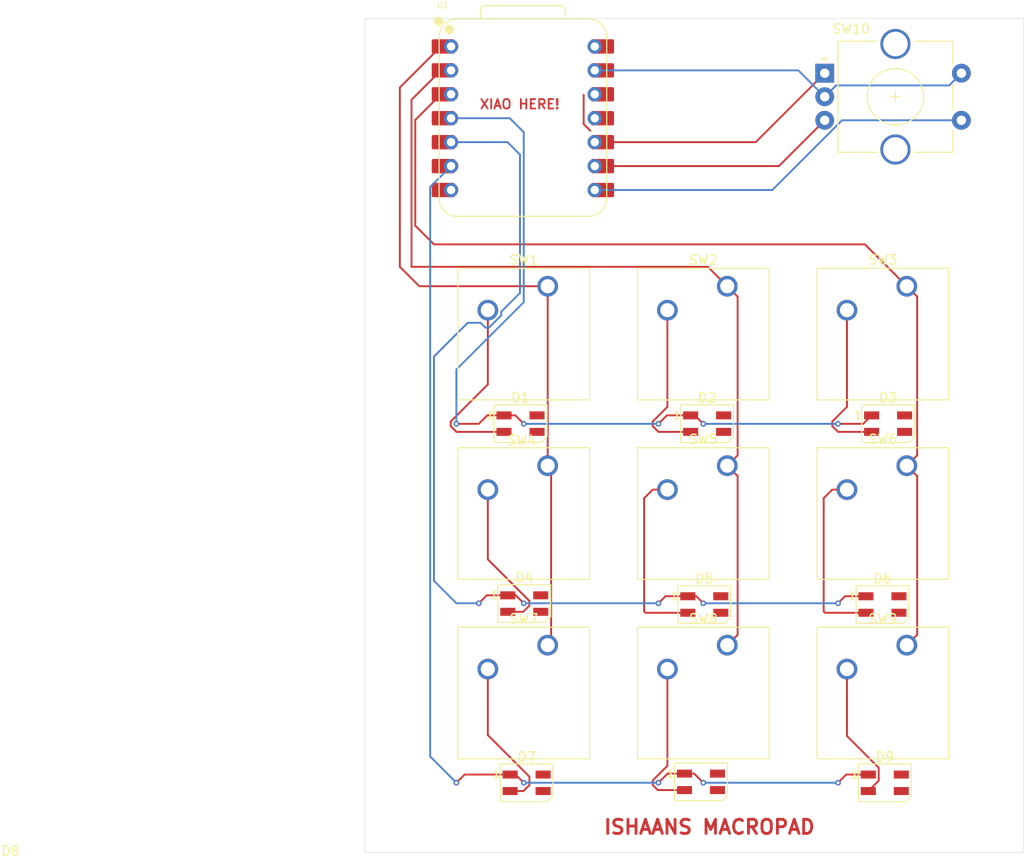
<source format=kicad_pcb>
(kicad_pcb (version 20240108) (generator "pcbnew") (generator_version "8.0")
  (layers (0 "F.Cu" signal) (31 "B.Cu" signal) (34 "B.Paste" user) (35 "F.Paste" user) (36 "B.SilkS" user "B.Silkscreen") (37 "F.SilkS" user "F.Silkscreen") (38 "B.Mask" user) (39 "F.Mask" user) (44 "Edge.Cuts" user))
  (net 0 "")
  (net 1 "Net-(D1-A)")
  (net 2 "row 0")
  (net 3 "Net-(D2-A)")
  (net 4 "Net-(D3-A)")
  (net 5 "Net-(D4-A)")
  (net 6 "row 1")
  (net 7 "Net-(D5-A)")
  (net 8 "Net-(D6-A)")
  (net 9 "Net-(D7-A)")
  (net 10 "row 2")
  (net 11 "Net-(D8-A)")
  (net 12 "Net-(D9-A)")
  (net 13 "column 0")
  (net 14 "column 1")
  (net 15 "column 2")
  (net 16 "encoder a")
  (net 17 "encoder b")
  (net 18 "Net-(U1-GPIO1{slash}RX)")
  (net 19 "+5V")
  (net 22 "GND")
  (footprint "OPL:XIAO-RP2040-DIP" (layer "F.Cu") (at 83.255 41.38)
    (property "Reference" "U1" (at -8.5 -12 0) (layer "F.SilkS") (effects (font (size 0.635 0.635) (thickness 0.1016))))
    (property "Value" "XIAO-RP2040-DIP")
    (fp_line (start -8.89 8.509) (end -8.89 -8.636) (stroke (width 0.127)) (layer "F.SilkS"))
    (fp_line (start -6.985 10.414) (end 6.985 10.414) (stroke (width 0.127)) (layer "F.SilkS"))
    (fp_line (start -4.495 -10.541) (end -4.491272 -11.451272) (stroke (width 0.127)) (layer "F.SilkS"))
    (fp_line (start -3.991272 -11.951) (end 4.004 -11.951) (stroke (width 0.127)) (layer "F.SilkS"))
    (fp_line (start 4.504 -11.451) (end 4.504 -10.541) (stroke (width 0.127)) (layer "F.SilkS"))
    (fp_line (start 6.985 -10.541) (end -6.985 -10.541) (stroke (width 0.1)) (layer "F.SilkS"))
    (fp_line (start 6.985 -10.541) (end -6.985 -10.541) (stroke (width 0.127)) (layer "F.SilkS"))
    (fp_line (start 8.89 8.509) (end 8.89 -8.636) (stroke (width 0.127)) (layer "F.SilkS"))
    (fp_arc (start -8.89 -8.636) (mid -8.332038 -9.983038) (end -6.985 -10.541) (stroke (width 0.127)) (layer "F.SilkS"))
    (fp_arc (start -6.985 10.414) (mid -8.332038 9.856038) (end -8.89 8.509) (stroke (width 0.127)) (layer "F.SilkS"))
    (fp_arc (start -4.491272 -11.451272) (mid -4.344724 -11.804644) (end -3.991272 -11.951) (stroke (width 0.127)) (layer "F.SilkS"))
    (fp_arc (start 4.004 -11.951) (mid 4.357553 -11.804553) (end 4.504 -11.451) (stroke (width 0.127)) (layer "F.SilkS"))
    (fp_arc (start 6.985 -10.541) (mid 8.332038 -9.983038) (end 8.89 -8.636) (stroke (width 0.127)) (layer "F.SilkS"))
    (fp_arc (start 8.89 8.509) (mid 8.332038 9.856038) (end 6.985 10.414) (stroke (width 0.127)) (layer "F.SilkS"))
    (fp_circle (center -8.95 -10.3) (end -8.95 -10.554) (stroke (width 0.5)) (fill solid) (layer "F.SilkS"))
    (fp_circle (center -7.807 -9.42) (end -7.807 -9.674) (stroke (width 0.5)) (fill solid) (layer "F.SilkS"))
    (pad "1" smd roundrect (at -8.455 -7.62 180) (size 2.432 1.524) (layers "F.Cu" "F.Mask") (roundrect_rratio 0.1) (net 13 "column 0"))
    (pad "1" thru_hole circle (at -7.62 -7.62 180) (size 1.524 1.524) (drill 0.889) (layers "*.Cu" "*.Mask") (net 13 "column 0"))
    (pad "2" smd roundrect (at -8.455 -5.08 180) (size 2.432 1.524) (layers "F.Cu" "F.Mask") (roundrect_rratio 0.1) (net 14 "column 1"))
    (pad "2" thru_hole circle (at -7.62 -5.08 180) (size 1.524 1.524) (drill 0.889) (layers "*.Cu" "*.Mask") (net 14 "column 1"))
    (pad "3" smd roundrect (at -8.455 -2.54 180) (size 2.432 1.524) (layers "F.Cu" "F.Mask") (roundrect_rratio 0.1) (net 15 "column 2"))
    (pad "3" thru_hole circle (at -7.62 -2.54 180) (size 1.524 1.524) (drill 0.889) (layers "*.Cu" "*.Mask") (net 15 "column 2"))
    (pad "4" smd roundrect (at -8.455 0 180) (size 2.432 1.524) (layers "F.Cu" "F.Mask") (roundrect_rratio 0.1) (net 2 "row 0"))
    (pad "4" thru_hole circle (at -7.62 0 180) (size 1.524 1.524) (drill 0.889) (layers "*.Cu" "*.Mask") (net 2 "row 0"))
    (pad "5" smd roundrect (at -8.455 2.54 180) (size 2.432 1.524) (layers "F.Cu" "F.Mask") (roundrect_rratio 0.1) (net 6 "row 1"))
    (pad "5" thru_hole circle (at -7.62 2.54 180) (size 1.524 1.524) (drill 0.889) (layers "*.Cu" "*.Mask") (net 6 "row 1"))
    (pad "6" smd roundrect (at -8.455 5.08 180) (size 2.432 1.524) (layers "F.Cu" "F.Mask") (roundrect_rratio 0.1) (net 10 "row 2"))
    (pad "6" thru_hole circle (at -7.62 5.08 180) (size 1.524 1.524) (drill 0.889) (layers "*.Cu" "*.Mask") (net 10 "row 2"))
    (pad "7" smd roundrect (at -8.455 7.62 180) (size 2.432 1.524) (layers "F.Cu" "F.Mask") (roundrect_rratio 0.1))
    (pad "7" thru_hole circle (at -7.62 7.62 180) (size 1.524 1.524) (drill 0.889) (layers "*.Cu" "*.Mask"))
    (pad "8" thru_hole circle (at 7.62 7.62) (size 1.524 1.524) (drill 0.889) (layers "*.Cu" "*.Mask") (net 18 "Net-(U1-GPIO1{slash}RX)"))
    (pad "8" smd roundrect (at 8.455 7.62) (size 2.432 1.524) (layers "F.Cu" "F.Mask") (roundrect_rratio 0.1) (net 18 "Net-(U1-GPIO1{slash}RX)"))
    (pad "9" thru_hole circle (at 7.62 5.08) (size 1.524 1.524) (drill 0.889) (layers "*.Cu" "*.Mask") (net 17 "encoder b"))
    (pad "9" smd roundrect (at 8.455 5.08) (size 2.432 1.524) (layers "F.Cu" "F.Mask") (roundrect_rratio 0.1) (net 17 "encoder b"))
    (pad "10" thru_hole circle (at 7.62 2.54) (size 1.524 1.524) (drill 0.889) (layers "*.Cu" "*.Mask") (net 16 "encoder a"))
    (pad "10" smd roundrect (at 8.455 2.54) (size 2.432 1.524) (layers "F.Cu" "F.Mask") (roundrect_rratio 0.1) (net 16 "encoder a"))
    (pad "11" thru_hole circle (at 7.62 0) (size 1.524 1.524) (drill 0.889) (layers "*.Cu" "*.Mask"))
    (pad "11" smd roundrect (at 8.455 0) (size 2.432 1.524) (layers "F.Cu" "F.Mask") (roundrect_rratio 0.1))
    (pad "12" thru_hole circle (at 7.62 -2.54) (size 1.524 1.524) (drill 0.889) (layers "*.Cu" "*.Mask"))
    (pad "12" smd roundrect (at 8.455 -2.54) (size 2.432 1.524) (layers "F.Cu" "F.Mask") (roundrect_rratio 0.1))
    (pad "13" thru_hole circle (at 7.62 -5.08) (size 1.524 1.524) (drill 0.889) (layers "*.Cu" "*.Mask") (net 22 "GND"))
    (pad "13" smd roundrect (at 8.455 -5.08) (size 2.432 1.524) (layers "F.Cu" "F.Mask") (roundrect_rratio 0.1) (net 22 "GND"))
    (pad "14" thru_hole circle (at 7.62 -7.62) (size 1.524 1.524) (drill 0.889) (layers "*.Cu" "*.Mask") (net 19 "+5V"))
    (pad "14" smd roundrect (at 8.455 -7.62) (size 2.432 1.524) (layers "F.Cu" "F.Mask") (roundrect_rratio 0.1) (net 19 "+5V"))
  )
  (footprint "Button_Switch_Keyboard:SW_Cherry_MX_1.00u_PCB" (layer "F.Cu") (at 123.98375 78.26375)
    (property "Reference" "SW6" (at -2.54 -2.794 0) (layer "F.SilkS"))
    (property "Value" "SW_Push_45deg")
    (fp_line (start -9.525 -1.905) (end 4.445 -1.905) (stroke (width 0.12)) (layer "F.SilkS"))
    (fp_line (start -9.525 12.065) (end -9.525 -1.905) (stroke (width 0.12)) (layer "F.SilkS"))
    (fp_line (start 4.445 -1.905) (end 4.445 12.065) (stroke (width 0.12)) (layer "F.SilkS"))
    (fp_line (start 4.445 12.065) (end -9.525 12.065) (stroke (width 0.12)) (layer "F.SilkS"))
    (pad "" np_thru_hole circle (at -7.62 5.08) (size 1.7 1.7) (drill 1.7) (layers "*.Cu" "*.Mask"))
    (pad "" np_thru_hole circle (at -2.54 5.08) (size 4 4) (drill 4) (layers "*.Cu" "*.Mask"))
    (pad "" np_thru_hole circle (at 2.54 5.08) (size 1.7 1.7) (drill 1.7) (layers "*.Cu" "*.Mask"))
    (pad "1" thru_hole circle (at 0 0) (size 2.2 2.2) (drill 1.5) (layers "*.Cu" "*.Mask") (net 15 "column 2"))
    (pad "2" thru_hole circle (at -6.35 2.54) (size 2.2 2.2) (drill 1.5) (layers "*.Cu" "*.Mask") (net 8 "Net-(D6-A)"))
  )
  (footprint "Button_Switch_Keyboard:SW_Cherry_MX_1.00u_PCB" (layer "F.Cu") (at 85.88375 59.21375)
    (property "Reference" "SW1" (at -2.54 -2.794 0) (layer "F.SilkS"))
    (property "Value" "SW_Push_45deg")
    (fp_line (start -9.525 -1.905) (end 4.445 -1.905) (stroke (width 0.12)) (layer "F.SilkS"))
    (fp_line (start -9.525 12.065) (end -9.525 -1.905) (stroke (width 0.12)) (layer "F.SilkS"))
    (fp_line (start 4.445 -1.905) (end 4.445 12.065) (stroke (width 0.12)) (layer "F.SilkS"))
    (fp_line (start 4.445 12.065) (end -9.525 12.065) (stroke (width 0.12)) (layer "F.SilkS"))
    (pad "" np_thru_hole circle (at -7.62 5.08) (size 1.7 1.7) (drill 1.7) (layers "*.Cu" "*.Mask"))
    (pad "" np_thru_hole circle (at -2.54 5.08) (size 4 4) (drill 4) (layers "*.Cu" "*.Mask"))
    (pad "" np_thru_hole circle (at 2.54 5.08) (size 1.7 1.7) (drill 1.7) (layers "*.Cu" "*.Mask"))
    (pad "1" thru_hole circle (at 0 0) (size 2.2 2.2) (drill 1.5) (layers "*.Cu" "*.Mask") (net 13 "column 0"))
    (pad "2" thru_hole circle (at -6.35 2.54) (size 2.2 2.2) (drill 1.5) (layers "*.Cu" "*.Mask") (net 1 "Net-(D1-A)"))
  )
  (footprint "LED_SMD:LED_SK6812MINI_PLCC4_3.5x3.5mm_P1.75mm" (layer "F.Cu") (at 83.65 111.925)
    (property "Reference" "D7" (at 0 -2.75 0) (layer "F.SilkS"))
    (property "Value" "D")
    (fp_line (start -2.8 -2) (end -2.8 2) (stroke (width 0.12)) (layer "F.SilkS"))
    (fp_line (start -2.8 -2) (end 2.8 -2) (stroke (width 0.12)) (layer "F.SilkS"))
    (fp_line (start -2.8 2) (end 2.2 2) (stroke (width 0.12)) (layer "F.SilkS"))
    (fp_line (start 2.8 1.4) (end 2.2 2) (stroke (width 0.12)) (layer "F.SilkS"))
    (fp_line (start 2.8 1.4) (end 2.8 -2) (stroke (width 0.12)) (layer "F.SilkS"))
    (fp_text user "1" (at -3.2 -0.875 0) (layer "F.SilkS") (effects (font (size 0.8 0.8))))
    (pad "1" smd rect (at -1.75 -0.875) (size 1.6 0.85) (layers "F.Cu" "F.Paste" "F.Mask") (net 10 "row 2"))
    (pad "2" smd rect (at -1.75 0.875) (size 1.6 0.85) (layers "F.Cu" "F.Paste" "F.Mask") (net 9 "Net-(D7-A)"))
    (pad "3" smd rect (at 1.75 0.875) (size 1.6 0.85) (layers "F.Cu" "F.Paste" "F.Mask"))
    (pad "4" smd rect (at 1.75 -0.875) (size 1.6 0.85) (layers "F.Cu" "F.Paste" "F.Mask"))
  )
  (footprint "LED_SMD:LED_SK6812MINI_PLCC4_3.5x3.5mm_P1.75mm" (layer "F.Cu") (at 121.65 111.925)
    (property "Reference" "D9" (at 0 -2.75 0) (layer "F.SilkS"))
    (property "Value" "D")
    (fp_line (start -2.8 -2) (end -2.8 2) (stroke (width 0.12)) (layer "F.SilkS"))
    (fp_line (start -2.8 -2) (end 2.8 -2) (stroke (width 0.12)) (layer "F.SilkS"))
    (fp_line (start -2.8 2) (end 2.2 2) (stroke (width 0.12)) (layer "F.SilkS"))
    (fp_line (start 2.8 1.4) (end 2.2 2) (stroke (width 0.12)) (layer "F.SilkS"))
    (fp_line (start 2.8 1.4) (end 2.8 -2) (stroke (width 0.12)) (layer "F.SilkS"))
    (fp_text user "1" (at -3.2 -0.875 0) (layer "F.SilkS") (effects (font (size 0.8 0.8))))
    (pad "1" smd rect (at -1.75 -0.875) (size 1.6 0.85) (layers "F.Cu" "F.Paste" "F.Mask") (net 10 "row 2"))
    (pad "2" smd rect (at -1.75 0.875) (size 1.6 0.85) (layers "F.Cu" "F.Paste" "F.Mask") (net 12 "Net-(D9-A)"))
    (pad "3" smd rect (at 1.75 0.875) (size 1.6 0.85) (layers "F.Cu" "F.Paste" "F.Mask"))
    (pad "4" smd rect (at 1.75 -0.875) (size 1.6 0.85) (layers "F.Cu" "F.Paste" "F.Mask"))
  )
  (footprint "LED_SMD:LED_SK6812MINI_PLCC4_3.5x3.5mm_P1.75mm" (layer "F.Cu") (at 83.4 92.9)
    (property "Reference" "D4" (at 0 -2.75 0) (layer "F.SilkS"))
    (property "Value" "D")
    (fp_line (start -2.8 -2) (end -2.8 2) (stroke (width 0.12)) (layer "F.SilkS"))
    (fp_line (start -2.8 -2) (end 2.8 -2) (stroke (width 0.12)) (layer "F.SilkS"))
    (fp_line (start -2.8 2) (end 2.2 2) (stroke (width 0.12)) (layer "F.SilkS"))
    (fp_line (start 2.8 1.4) (end 2.2 2) (stroke (width 0.12)) (layer "F.SilkS"))
    (fp_line (start 2.8 1.4) (end 2.8 -2) (stroke (width 0.12)) (layer "F.SilkS"))
    (fp_text user "1" (at -3.2 -0.875 0) (layer "F.SilkS") (effects (font (size 0.8 0.8))))
    (pad "1" smd rect (at -1.75 -0.875) (size 1.6 0.85) (layers "F.Cu" "F.Paste" "F.Mask") (net 6 "row 1"))
    (pad "2" smd rect (at -1.75 0.875) (size 1.6 0.85) (layers "F.Cu" "F.Paste" "F.Mask") (net 5 "Net-(D4-A)"))
    (pad "3" smd rect (at 1.75 0.875) (size 1.6 0.85) (layers "F.Cu" "F.Paste" "F.Mask"))
    (pad "4" smd rect (at 1.75 -0.875) (size 1.6 0.85) (layers "F.Cu" "F.Paste" "F.Mask"))
  )
  (footprint "LED_SMD:LED_SK6812MINI_PLCC4_3.5x3.5mm_P1.75mm" (layer "F.Cu") (at 122 73.8)
    (property "Reference" "D3" (at 0 -2.75 0) (layer "F.SilkS"))
    (property "Value" "D")
    (fp_line (start -2.8 -2) (end -2.8 2) (stroke (width 0.12)) (layer "F.SilkS"))
    (fp_line (start -2.8 -2) (end 2.8 -2) (stroke (width 0.12)) (layer "F.SilkS"))
    (fp_line (start -2.8 2) (end 2.2 2) (stroke (width 0.12)) (layer "F.SilkS"))
    (fp_line (start 2.8 1.4) (end 2.2 2) (stroke (width 0.12)) (layer "F.SilkS"))
    (fp_line (start 2.8 1.4) (end 2.8 -2) (stroke (width 0.12)) (layer "F.SilkS"))
    (fp_text user "1" (at -3.2 -0.875 0) (layer "F.SilkS") (effects (font (size 0.8 0.8))))
    (pad "1" smd rect (at -1.75 -0.875) (size 1.6 0.85) (layers "F.Cu" "F.Paste" "F.Mask") (net 2 "row 0"))
    (pad "2" smd rect (at -1.75 0.875) (size 1.6 0.85) (layers "F.Cu" "F.Paste" "F.Mask") (net 4 "Net-(D3-A)"))
    (pad "3" smd rect (at 1.75 0.875) (size 1.6 0.85) (layers "F.Cu" "F.Paste" "F.Mask"))
    (pad "4" smd rect (at 1.75 -0.875) (size 1.6 0.85) (layers "F.Cu" "F.Paste" "F.Mask"))
  )
  (footprint "LED_SMD:LED_SK6812MINI_PLCC4_3.5x3.5mm_P1.75mm" (layer "F.Cu") (at 121.4 93)
    (property "Reference" "D6" (at 0 -2.75 0) (layer "F.SilkS"))
    (property "Value" "D")
    (fp_line (start -2.8 -2) (end -2.8 2) (stroke (width 0.12)) (layer "F.SilkS"))
    (fp_line (start -2.8 -2) (end 2.8 -2) (stroke (width 0.12)) (layer "F.SilkS"))
    (fp_line (start -2.8 2) (end 2.2 2) (stroke (width 0.12)) (layer "F.SilkS"))
    (fp_line (start 2.8 1.4) (end 2.2 2) (stroke (width 0.12)) (layer "F.SilkS"))
    (fp_line (start 2.8 1.4) (end 2.8 -2) (stroke (width 0.12)) (layer "F.SilkS"))
    (fp_text user "1" (at -3.2 -0.875 0) (layer "F.SilkS") (effects (font (size 0.8 0.8))))
    (pad "1" smd rect (at -1.75 -0.875) (size 1.6 0.85) (layers "F.Cu" "F.Paste" "F.Mask") (net 6 "row 1"))
    (pad "2" smd rect (at -1.75 0.875) (size 1.6 0.85) (layers "F.Cu" "F.Paste" "F.Mask") (net 8 "Net-(D6-A)"))
    (pad "3" smd rect (at 1.75 0.875) (size 1.6 0.85) (layers "F.Cu" "F.Paste" "F.Mask"))
    (pad "4" smd rect (at 1.75 -0.875) (size 1.6 0.85) (layers "F.Cu" "F.Paste" "F.Mask"))
  )
  (footprint "LED_SMD:LED_SK6812MINI_PLCC4_3.5x3.5mm_P1.75mm" (layer "F.Cu") (at 102.8 73.8)
    (property "Reference" "D2" (at 0 -2.75 0) (layer "F.SilkS"))
    (property "Value" "D")
    (fp_line (start -2.8 -2) (end -2.8 2) (stroke (width 0.12)) (layer "F.SilkS"))
    (fp_line (start -2.8 -2) (end 2.8 -2) (stroke (width 0.12)) (layer "F.SilkS"))
    (fp_line (start -2.8 2) (end 2.2 2) (stroke (width 0.12)) (layer "F.SilkS"))
    (fp_line (start 2.8 1.4) (end 2.2 2) (stroke (width 0.12)) (layer "F.SilkS"))
    (fp_line (start 2.8 1.4) (end 2.8 -2) (stroke (width 0.12)) (layer "F.SilkS"))
    (fp_text user "1" (at -3.2 -0.875 0) (layer "F.SilkS") (effects (font (size 0.8 0.8))))
    (pad "1" smd rect (at -1.75 -0.875) (size 1.6 0.85) (layers "F.Cu" "F.Paste" "F.Mask") (net 2 "row 0"))
    (pad "2" smd rect (at -1.75 0.875) (size 1.6 0.85) (layers "F.Cu" "F.Paste" "F.Mask") (net 3 "Net-(D2-A)"))
    (pad "3" smd rect (at 1.75 0.875) (size 1.6 0.85) (layers "F.Cu" "F.Paste" "F.Mask"))
    (pad "4" smd rect (at 1.75 -0.875) (size 1.6 0.85) (layers "F.Cu" "F.Paste" "F.Mask"))
  )
  (footprint "LED_SMD:LED_SK6812MINI_PLCC4_3.5x3.5mm_P1.75mm" (layer "F.Cu") (at 102.15 111.825)
    (property "Reference" "D8" (at -73.26875 7.32625 0) (layer "F.SilkS"))
    (property "Value" "D")
    (fp_line (start -2.8 -2) (end -2.8 2) (stroke (width 0.12)) (layer "F.SilkS"))
    (fp_line (start -2.8 -2) (end 2.8 -2) (stroke (width 0.12)) (layer "F.SilkS"))
    (fp_line (start -2.8 2) (end 2.2 2) (stroke (width 0.12)) (layer "F.SilkS"))
    (fp_line (start 2.8 1.4) (end 2.2 2) (stroke (width 0.12)) (layer "F.SilkS"))
    (fp_line (start 2.8 1.4) (end 2.8 -2) (stroke (width 0.12)) (layer "F.SilkS"))
    (fp_text user "1" (at -3.2 -0.875 0) (layer "F.SilkS") (effects (font (size 0.8 0.8))))
    (pad "1" smd rect (at -1.75 -0.875) (size 1.6 0.85) (layers "F.Cu" "F.Paste" "F.Mask") (net 10 "row 2"))
    (pad "2" smd rect (at -1.75 0.875) (size 1.6 0.85) (layers "F.Cu" "F.Paste" "F.Mask") (net 11 "Net-(D8-A)"))
    (pad "3" smd rect (at 1.75 0.875) (size 1.6 0.85) (layers "F.Cu" "F.Paste" "F.Mask"))
    (pad "4" smd rect (at 1.75 -0.875) (size 1.6 0.85) (layers "F.Cu" "F.Paste" "F.Mask"))
  )
  (footprint "Rotary_Encoder:RotaryEncoder_Alps_EC11E-Switch_Vertical_H20mm_CircularMountingHoles" (layer "F.Cu") (at 115.275 36.6)
    (property "Reference" "SW10" (at 2.8 -4.7 0) (layer "F.SilkS"))
    (property "Value" "RotaryEncoder_Switch")
    (fp_line (start -0.3 -1.6) (end 0.3 -1.6) (stroke (width 0.12)) (layer "F.SilkS"))
    (fp_line (start 0 -1.3) (end -0.3 -1.6) (stroke (width 0.12)) (layer "F.SilkS"))
    (fp_line (start 0.3 -1.6) (end 0 -1.3) (stroke (width 0.12)) (layer "F.SilkS"))
    (fp_line (start 1.4 -3.4) (end 1.4 8.4) (stroke (width 0.12)) (layer "F.SilkS"))
    (fp_line (start 5.5 -3.4) (end 1.4 -3.4) (stroke (width 0.12)) (layer "F.SilkS"))
    (fp_line (start 5.5 8.4) (end 1.4 8.4) (stroke (width 0.12)) (layer "F.SilkS"))
    (fp_line (start 7 2.5) (end 8 2.5) (stroke (width 0.12)) (layer "F.SilkS"))
    (fp_line (start 7.5 2) (end 7.5 3) (stroke (width 0.12)) (layer "F.SilkS"))
    (fp_line (start 9.5 -3.4) (end 13.6 -3.4) (stroke (width 0.12)) (layer "F.SilkS"))
    (fp_line (start 13.6 -3.4) (end 13.6 -1) (stroke (width 0.12)) (layer "F.SilkS"))
    (fp_line (start 13.6 1.2) (end 13.6 3.8) (stroke (width 0.12)) (layer "F.SilkS"))
    (fp_line (start 13.6 6) (end 13.6 8.4) (stroke (width 0.12)) (layer "F.SilkS"))
    (fp_line (start 13.6 8.4) (end 9.5 8.4) (stroke (width 0.12)) (layer "F.SilkS"))
    (fp_circle (center 7.5 2.5) (end 10.5 2.5) (stroke (width 0.12)) (fill none) (layer "F.SilkS"))
    (pad "A" thru_hole rect (at 0 0) (size 2 2) (drill 1) (layers "*.Cu" "*.Mask") (net 16 "encoder a"))
    (pad "B" thru_hole circle (at 0 5) (size 2 2) (drill 1) (layers "*.Cu" "*.Mask") (net 17 "encoder b"))
    (pad "C" thru_hole circle (at 0 2.5) (size 2 2) (drill 1) (layers "*.Cu" "*.Mask") (net 22 "GND"))
    (pad "MP" thru_hole circle (at 7.5 -3.1) (size 3.2 3.2) (drill 2.6) (layers "*.Cu" "*.Mask"))
    (pad "MP" thru_hole circle (at 7.5 8.1) (size 3.2 3.2) (drill 2.6) (layers "*.Cu" "*.Mask"))
    (pad "S1" thru_hole circle (at 14.5 5) (size 2 2) (drill 1) (layers "*.Cu" "*.Mask") (net 18 "Net-(U1-GPIO1{slash}RX)"))
    (pad "S2" thru_hole circle (at 14.5 0) (size 2 2) (drill 1) (layers "*.Cu" "*.Mask") (net 22 "GND"))
  )
  (footprint "Button_Switch_Keyboard:SW_Cherry_MX_1.00u_PCB" (layer "F.Cu") (at 123.98375 59.21375)
    (property "Reference" "SW3" (at -2.54 -2.794 0) (layer "F.SilkS"))
    (property "Value" "SW_Push_45deg")
    (fp_line (start -9.525 -1.905) (end 4.445 -1.905) (stroke (width 0.12)) (layer "F.SilkS"))
    (fp_line (start -9.525 12.065) (end -9.525 -1.905) (stroke (width 0.12)) (layer "F.SilkS"))
    (fp_line (start 4.445 -1.905) (end 4.445 12.065) (stroke (width 0.12)) (layer "F.SilkS"))
    (fp_line (start 4.445 12.065) (end -9.525 12.065) (stroke (width 0.12)) (layer "F.SilkS"))
    (pad "" np_thru_hole circle (at -7.62 5.08) (size 1.7 1.7) (drill 1.7) (layers "*.Cu" "*.Mask"))
    (pad "" np_thru_hole circle (at -2.54 5.08) (size 4 4) (drill 4) (layers "*.Cu" "*.Mask"))
    (pad "" np_thru_hole circle (at 2.54 5.08) (size 1.7 1.7) (drill 1.7) (layers "*.Cu" "*.Mask"))
    (pad "1" thru_hole circle (at 0 0) (size 2.2 2.2) (drill 1.5) (layers "*.Cu" "*.Mask") (net 15 "column 2"))
    (pad "2" thru_hole circle (at -6.35 2.54) (size 2.2 2.2) (drill 1.5) (layers "*.Cu" "*.Mask") (net 4 "Net-(D3-A)"))
  )
  (footprint "LED_SMD:LED_SK6812MINI_PLCC4_3.5x3.5mm_P1.75mm" (layer "F.Cu") (at 102.5 93)
    (property "Reference" "D5" (at 0 -2.75 0) (layer "F.SilkS"))
    (property "Value" "D")
    (fp_line (start -2.8 -2) (end -2.8 2) (stroke (width 0.12)) (layer "F.SilkS"))
    (fp_line (start -2.8 -2) (end 2.8 -2) (stroke (width 0.12)) (layer "F.SilkS"))
    (fp_line (start -2.8 2) (end 2.2 2) (stroke (width 0.12)) (layer "F.SilkS"))
    (fp_line (start 2.8 1.4) (end 2.2 2) (stroke (width 0.12)) (layer "F.SilkS"))
    (fp_line (start 2.8 1.4) (end 2.8 -2) (stroke (width 0.12)) (layer "F.SilkS"))
    (fp_text user "1" (at -3.2 -0.875 0) (layer "F.SilkS") (effects (font (size 0.8 0.8))))
    (pad "1" smd rect (at -1.75 -0.875) (size 1.6 0.85) (layers "F.Cu" "F.Paste" "F.Mask") (net 6 "row 1"))
    (pad "2" smd rect (at -1.75 0.875) (size 1.6 0.85) (layers "F.Cu" "F.Paste" "F.Mask") (net 7 "Net-(D5-A)"))
    (pad "3" smd rect (at 1.75 0.875) (size 1.6 0.85) (layers "F.Cu" "F.Paste" "F.Mask"))
    (pad "4" smd rect (at 1.75 -0.875) (size 1.6 0.85) (layers "F.Cu" "F.Paste" "F.Mask"))
  )
  (footprint "Button_Switch_Keyboard:SW_Cherry_MX_1.00u_PCB" (layer "F.Cu") (at 85.88375 78.26375)
    (property "Reference" "SW4" (at -2.74 -2.694 0) (layer "F.SilkS"))
    (property "Value" "SW_Push_45deg")
    (fp_line (start -9.525 -1.905) (end 4.445 -1.905) (stroke (width 0.12)) (layer "F.SilkS"))
    (fp_line (start -9.525 12.065) (end -9.525 -1.905) (stroke (width 0.12)) (layer "F.SilkS"))
    (fp_line (start 4.445 -1.905) (end 4.445 12.065) (stroke (width 0.12)) (layer "F.SilkS"))
    (fp_line (start 4.445 12.065) (end -9.525 12.065) (stroke (width 0.12)) (layer "F.SilkS"))
    (pad "" np_thru_hole circle (at -7.62 5.08) (size 1.7 1.7) (drill 1.7) (layers "*.Cu" "*.Mask"))
    (pad "" np_thru_hole circle (at -2.54 5.08) (size 4 4) (drill 4) (layers "*.Cu" "*.Mask"))
    (pad "" np_thru_hole circle (at 2.54 5.08) (size 1.7 1.7) (drill 1.7) (layers "*.Cu" "*.Mask"))
    (pad "1" thru_hole circle (at 0 0) (size 2.2 2.2) (drill 1.5) (layers "*.Cu" "*.Mask") (net 13 "column 0"))
    (pad "2" thru_hole circle (at -6.35 2.54) (size 2.2 2.2) (drill 1.5) (layers "*.Cu" "*.Mask") (net 5 "Net-(D4-A)"))
  )
  (footprint "Button_Switch_Keyboard:SW_Cherry_MX_1.00u_PCB" (layer "F.Cu") (at 104.93375 78.26375)
    (property "Reference" "SW5" (at -2.54 -2.794 0) (layer "F.SilkS"))
    (property "Value" "SW_Push_45deg")
    (fp_line (start -9.525 -1.905) (end 4.445 -1.905) (stroke (width 0.12)) (layer "F.SilkS"))
    (fp_line (start -9.525 12.065) (end -9.525 -1.905) (stroke (width 0.12)) (layer "F.SilkS"))
    (fp_line (start 4.445 -1.905) (end 4.445 12.065) (stroke (width 0.12)) (layer "F.SilkS"))
    (fp_line (start 4.445 12.065) (end -9.525 12.065) (stroke (width 0.12)) (layer "F.SilkS"))
    (pad "" np_thru_hole circle (at -7.62 5.08) (size 1.7 1.7) (drill 1.7) (layers "*.Cu" "*.Mask"))
    (pad "" np_thru_hole circle (at -2.54 5.08) (size 4 4) (drill 4) (layers "*.Cu" "*.Mask"))
    (pad "" np_thru_hole circle (at 2.54 5.08) (size 1.7 1.7) (drill 1.7) (layers "*.Cu" "*.Mask"))
    (pad "1" thru_hole circle (at 0 0) (size 2.2 2.2) (drill 1.5) (layers "*.Cu" "*.Mask") (net 14 "column 1"))
    (pad "2" thru_hole circle (at -6.35 2.54) (size 2.2 2.2) (drill 1.5) (layers "*.Cu" "*.Mask") (net 7 "Net-(D5-A)"))
  )
  (footprint "Button_Switch_Keyboard:SW_Cherry_MX_1.00u_PCB" (layer "F.Cu") (at 104.93375 59.21375)
    (property "Reference" "SW2" (at -2.54 -2.794 0) (layer "F.SilkS"))
    (property "Value" "SW_Push_45deg")
    (fp_line (start -9.525 -1.905) (end 4.445 -1.905) (stroke (width 0.12)) (layer "F.SilkS"))
    (fp_line (start -9.525 12.065) (end -9.525 -1.905) (stroke (width 0.12)) (layer "F.SilkS"))
    (fp_line (start 4.445 -1.905) (end 4.445 12.065) (stroke (width 0.12)) (layer "F.SilkS"))
    (fp_line (start 4.445 12.065) (end -9.525 12.065) (stroke (width 0.12)) (layer "F.SilkS"))
    (pad "" np_thru_hole circle (at -7.62 5.08) (size 1.7 1.7) (drill 1.7) (layers "*.Cu" "*.Mask"))
    (pad "" np_thru_hole circle (at -2.54 5.08) (size 4 4) (drill 4) (layers "*.Cu" "*.Mask"))
    (pad "" np_thru_hole circle (at 2.54 5.08) (size 1.7 1.7) (drill 1.7) (layers "*.Cu" "*.Mask"))
    (pad "1" thru_hole circle (at 0 0) (size 2.2 2.2) (drill 1.5) (layers "*.Cu" "*.Mask") (net 14 "column 1"))
    (pad "2" thru_hole circle (at -6.35 2.54) (size 2.2 2.2) (drill 1.5) (layers "*.Cu" "*.Mask") (net 3 "Net-(D2-A)"))
  )
  (footprint "Button_Switch_Keyboard:SW_Cherry_MX_1.00u_PCB" (layer "F.Cu") (at 85.88375 97.31375)
    (property "Reference" "SW7" (at -2.54 -2.794 0) (layer "F.SilkS"))
    (property "Value" "SW_Push_45deg")
    (fp_line (start -9.525 -1.905) (end 4.445 -1.905) (stroke (width 0.12)) (layer "F.SilkS"))
    (fp_line (start -9.525 12.065) (end -9.525 -1.905) (stroke (width 0.12)) (layer "F.SilkS"))
    (fp_line (start 4.445 -1.905) (end 4.445 12.065) (stroke (width 0.12)) (layer "F.SilkS"))
    (fp_line (start 4.445 12.065) (end -9.525 12.065) (stroke (width 0.12)) (layer "F.SilkS"))
    (pad "" np_thru_hole circle (at -7.62 5.08) (size 1.7 1.7) (drill 1.7) (layers "*.Cu" "*.Mask"))
    (pad "" np_thru_hole circle (at -2.54 5.08) (size 4 4) (drill 4) (layers "*.Cu" "*.Mask"))
    (pad "" np_thru_hole circle (at 2.54 5.08) (size 1.7 1.7) (drill 1.7) (layers "*.Cu" "*.Mask"))
    (pad "1" thru_hole circle (at 0 0) (size 2.2 2.2) (drill 1.5) (layers "*.Cu" "*.Mask") (net 13 "column 0"))
    (pad "2" thru_hole circle (at -6.35 2.54) (size 2.2 2.2) (drill 1.5) (layers "*.Cu" "*.Mask") (net 9 "Net-(D7-A)"))
  )
  (footprint "LED_SMD:LED_SK6812MINI_PLCC4_3.5x3.5mm_P1.75mm" (layer "F.Cu") (at 83 73.8)
    (property "Reference" "D1" (at 0 -2.75 0) (layer "F.SilkS"))
    (property "Value" "D")
    (fp_line (start -2.8 -2) (end -2.8 2) (stroke (width 0.12)) (layer "F.SilkS"))
    (fp_line (start -2.8 -2) (end 2.8 -2) (stroke (width 0.12)) (layer "F.SilkS"))
    (fp_line (start -2.8 2) (end 2.2 2) (stroke (width 0.12)) (layer "F.SilkS"))
    (fp_line (start 2.8 1.4) (end 2.2 2) (stroke (width 0.12)) (layer "F.SilkS"))
    (fp_line (start 2.8 1.4) (end 2.8 -2) (stroke (width 0.12)) (layer "F.SilkS"))
    (fp_text user "1" (at -3.2 -0.875 0) (layer "F.SilkS") (effects (font (size 0.8 0.8))))
    (pad "1" smd rect (at -1.75 -0.875) (size 1.6 0.85) (layers "F.Cu" "F.Paste" "F.Mask") (net 2 "row 0"))
    (pad "2" smd rect (at -1.75 0.875) (size 1.6 0.85) (layers "F.Cu" "F.Paste" "F.Mask") (net 1 "Net-(D1-A)"))
    (pad "3" smd rect (at 1.75 0.875) (size 1.6 0.85) (layers "F.Cu" "F.Paste" "F.Mask"))
    (pad "4" smd rect (at 1.75 -0.875) (size 1.6 0.85) (layers "F.Cu" "F.Paste" "F.Mask"))
  )
  (footprint "Button_Switch_Keyboard:SW_Cherry_MX_1.00u_PCB" (layer "F.Cu") (at 104.93375 97.31375)
    (property "Reference" "SW8" (at -2.54 -2.794 0) (layer "F.SilkS"))
    (property "Value" "SW_Push_45deg")
    (fp_line (start -9.525 -1.905) (end 4.445 -1.905) (stroke (width 0.12)) (layer "F.SilkS"))
    (fp_line (start -9.525 12.065) (end -9.525 -1.905) (stroke (width 0.12)) (layer "F.SilkS"))
    (fp_line (start 4.445 -1.905) (end 4.445 12.065) (stroke (width 0.12)) (layer "F.SilkS"))
    (fp_line (start 4.445 12.065) (end -9.525 12.065) (stroke (width 0.12)) (layer "F.SilkS"))
    (pad "" np_thru_hole circle (at -7.62 5.08) (size 1.7 1.7) (drill 1.7) (layers "*.Cu" "*.Mask"))
    (pad "" np_thru_hole circle (at -2.54 5.08) (size 4 4) (drill 4) (layers "*.Cu" "*.Mask"))
    (pad "" np_thru_hole circle (at 2.54 5.08) (size 1.7 1.7) (drill 1.7) (layers "*.Cu" "*.Mask"))
    (pad "1" thru_hole circle (at 0 0) (size 2.2 2.2) (drill 1.5) (layers "*.Cu" "*.Mask") (net 14 "column 1"))
    (pad "2" thru_hole circle (at -6.35 2.54) (size 2.2 2.2) (drill 1.5) (layers "*.Cu" "*.Mask") (net 11 "Net-(D8-A)"))
  )
  (footprint "Button_Switch_Keyboard:SW_Cherry_MX_1.00u_PCB" (layer "F.Cu") (at 123.98375 97.31375)
    (property "Reference" "SW9" (at -2.54 -2.794 0) (layer "F.SilkS"))
    (property "Value" "SW_Push_45deg")
    (fp_line (start -9.525 -1.905) (end 4.445 -1.905) (stroke (width 0.12)) (layer "F.SilkS"))
    (fp_line (start -9.525 12.065) (end -9.525 -1.905) (stroke (width 0.12)) (layer "F.SilkS"))
    (fp_line (start 4.445 -1.905) (end 4.445 12.065) (stroke (width 0.12)) (layer "F.SilkS"))
    (fp_line (start 4.445 12.065) (end -9.525 12.065) (stroke (width 0.12)) (layer "F.SilkS"))
    (pad "" np_thru_hole circle (at -7.62 5.08) (size 1.7 1.7) (drill 1.7) (layers "*.Cu" "*.Mask"))
    (pad "" np_thru_hole circle (at -2.54 5.08) (size 4 4) (drill 4) (layers "*.Cu" "*.Mask"))
    (pad "" np_thru_hole circle (at 2.54 5.08) (size 1.7 1.7) (drill 1.7) (layers "*.Cu" "*.Mask"))
    (pad "1" thru_hole circle (at 0 0) (size 2.2 2.2) (drill 1.5) (layers "*.Cu" "*.Mask") (net 15 "column 2"))
    (pad "2" thru_hole circle (at -6.35 2.54) (size 2.2 2.2) (drill 1.5) (layers "*.Cu" "*.Mask") (net 12 "Net-(D9-A)"))
  )
  (gr_rect (start 66.5 30.8) (end 136.4 119.3) (stroke (width 0.05)) (fill none) (layer "Edge.Cuts"))
  (gr_text "XIAO HERE!" (at 78.58125 40.48125 0) (layer "F.Cu") (effects (font (size 1 1) (thickness 0.1875)) (justify left bottom)))
  (gr_text "ISHAANS MACROPAD" (at 91.7 117.5 0) (layer "F.Cu") (effects (font (size 1.5 1.5) (thickness 0.3) (bold yes)) (justify left bottom)))
  (segment (start 89.7 38.9) (end 89.7 42) (width 0.2) (layer "F.Cu") (net 0))
  (segment (start 89.7 42) (end 90.4 42.7) (width 0.2) (layer "F.Cu") (net 0))
  (segment (start 79.53375 61.75375) (end 79.53375 69.636471) (width 0.2) (layer "F.Cu") (net 1))
  (segment (start 79.53375 69.636471) (end 75.6 73.570221) (width 0.2) (layer "F.Cu") (net 1))
  (segment (start 76.207721 74.675) (end 81.25 74.675) (width 0.2) (layer "F.Cu") (net 1))
  (segment (start 75.6 74.067279) (end 76.207721 74.675) (width 0.2) (layer "F.Cu") (net 1))
  (segment (start 75.6 73.570221) (end 75.6 74.067279) (width 0.2) (layer "F.Cu") (net 1))
  (segment (start 101.5 72.925) (end 102.39375 73.81875) (width 0.2) (layer "F.Cu") (net 2))
  (segment (start 78.58125 73.81875) (end 79.475 72.925) (width 0.2) (layer "F.Cu") (net 2))
  (segment (start 116.68125 73.81875) (end 119.35625 73.81875) (width 0.2) (layer "F.Cu") (net 2))
  (segment (start 119.35625 73.81875) (end 120.25 72.925) (width 0.2) (layer "F.Cu") (net 2))
  (segment (start 81.25 72.925) (end 82.45 72.925) (width 0.2) (layer "F.Cu") (net 2))
  (segment (start 79.475 72.925) (end 81.25 72.925) (width 0.2) (layer "F.Cu") (net 2))
  (segment (start 98.525 72.925) (end 101.05 72.925) (width 0.2) (layer "F.Cu") (net 2))
  (segment (start 82.45 72.925) (end 83.34375 73.81875) (width 0.2) (layer "F.Cu") (net 2))
  (segment (start 97.63125 73.81875) (end 98.525 72.925) (width 0.2) (layer "F.Cu") (net 2))
  (segment (start 101.05 72.925) (end 101.5 72.925) (width 0.2) (layer "F.Cu") (net 2))
  (segment (start 76.2 73.81875) (end 78.58125 73.81875) (width 0.2) (layer "F.Cu") (net 2))
  (via (at 97.63125 73.81875) (size 0.6) (drill 0.3) (layers "F.Cu" "B.Cu") (net 2))
  (via (at 102.39375 73.81875) (size 0.6) (drill 0.3) (layers "F.Cu" "B.Cu") (net 2))
  (via (at 116.68125 73.81875) (size 0.6) (drill 0.3) (layers "F.Cu" "B.Cu") (net 2))
  (via (at 83.34375 73.81875) (size 0.6) (drill 0.3) (layers "F.Cu" "B.Cu") (net 2))
  (via (at 76.2 73.81875) (size 0.6) (drill 0.3) (layers "F.Cu" "B.Cu") (net 2))
  (segment (start 83.34375 73.81875) (end 97.63125 73.81875) (width 0.2) (layer "B.Cu") (net 2))
  (segment (start 75.635 41.38) (end 81.86125 41.38) (width 0.2) (layer "B.Cu") (net 2))
  (segment (start 83.34375 42.8625) (end 83.34375 60.910806) (width 0.2) (layer "B.Cu") (net 2))
  (segment (start 81.86125 41.38) (end 83.34375 42.8625) (width 0.2) (layer "B.Cu") (net 2))
  (segment (start 83.34375 60.910806) (end 76.2 68.054556) (width 0.2) (layer "B.Cu") (net 2))
  (segment (start 102.39375 73.81875) (end 116.68125 73.81875) (width 0.2) (layer "B.Cu") (net 2))
  (segment (start 76.2 68.054556) (end 76.2 73.81875) (width 0.2) (layer "B.Cu") (net 2))
  (segment (start 97.03125 74.067279) (end 97.638971 74.675) (width 0.2) (layer "F.Cu") (net 3))
  (segment (start 97.638971 74.675) (end 101.05 74.675) (width 0.2) (layer "F.Cu") (net 3))
  (segment (start 98.58375 61.75375) (end 98.58375 72.017721) (width 0.2) (layer "F.Cu") (net 3))
  (segment (start 98.58375 72.017721) (end 97.03125 73.570221) (width 0.2) (layer "F.Cu") (net 3))
  (segment (start 97.03125 73.570221) (end 97.03125 74.067279) (width 0.2) (layer "F.Cu") (net 3))
  (segment (start 117.63375 61.75375) (end 117.63375 72.017721) (width 0.2) (layer "F.Cu") (net 4))
  (segment (start 117.63375 72.017721) (end 116.08125 73.570221) (width 0.2) (layer "F.Cu") (net 4))
  (segment (start 116.08125 73.570221) (end 116.08125 74.067279) (width 0.2) (layer "F.Cu") (net 4))
  (segment (start 116.08125 74.067279) (end 116.688971 74.675) (width 0.2) (layer "F.Cu") (net 4))
  (segment (start 116.688971 74.675) (end 120.25 74.675) (width 0.2) (layer "F.Cu") (net 4))
  (segment (start 83.286029 93.775) (end 81.65 93.775) (width 0.2) (layer "F.Cu") (net 5))
  (segment (start 83.94375 92.620221) (end 83.94375 93.117279) (width 0.2) (layer "F.Cu") (net 5))
  (segment (start 79.53375 88.210221) (end 83.94375 92.620221) (width 0.2) (layer "F.Cu") (net 5))
  (segment (start 79.53375 80.80375) (end 79.53375 88.210221) (width 0.2) (layer "F.Cu") (net 5))
  (segment (start 83.94375 93.117279) (end 83.286029 93.775) (width 0.2) (layer "F.Cu") (net 5))
  (segment (start 78.58125 92.86875) (end 79.425 92.025) (width 0.2) (layer "F.Cu") (net 6))
  (segment (start 82.5 92.025) (end 83.34375 92.86875) (width 0.2) (layer "F.Cu") (net 6))
  (segment (start 116.68125 92.86875) (end 117.425 92.125) (width 0.2) (layer "F.Cu") (net 6))
  (segment (start 117.425 92.125) (end 119.65 92.125) (width 0.2) (layer "F.Cu") (net 6))
  (segment (start 98.375 92.125) (end 100.75 92.125) (width 0.2) (layer "F.Cu") (net 6))
  (segment (start 101.65 92.125) (end 102.39375 92.86875) (width 0.2) (layer "F.Cu") (net 6))
  (segment (start 81.65 92.025) (end 82.5 92.025) (width 0.2) (layer "F.Cu") (net 6))
  (segment (start 79.425 92.025) (end 81.65 92.025) (width 0.2) (layer "F.Cu") (net 6))
  (segment (start 100.75 92.125) (end 101.65 92.125) (width 0.2) (layer "F.Cu") (net 6))
  (segment (start 97.63125 92.86875) (end 98.375 92.125) (width 0.2) (layer "F.Cu") (net 6))
  (via (at 97.63125 92.86875) (size 0.6) (drill 0.3) (layers "F.Cu" "B.Cu") (net 6))
  (via (at 83.34375 92.86875) (size 0.6) (drill 0.3) (layers "F.Cu" "B.Cu") (net 6))
  (via (at 116.68125 92.86875) (size 0.6) (drill 0.3) (layers "F.Cu" "B.Cu") (net 6))
  (via (at 78.58125 92.86875) (size 0.6) (drill 0.3) (layers "F.Cu" "B.Cu") (net 6))
  (via (at 102.39375 92.86875) (size 0.6) (drill 0.3) (layers "F.Cu" "B.Cu") (net 6))
  (segment (start 82.94375 45.24375) (end 82.94375 59.93125) (width 0.2) (layer "B.Cu") (net 6))
  (segment (start 78.760806 63.09375) (end 77.4 63.09375) (width 0.2) (layer "B.Cu") (net 6))
  (segment (start 75.635 43.92) (end 81.62 43.92) (width 0.2) (layer "B.Cu") (net 6))
  (segment (start 73.81875 90.4875) (end 76.2 92.86875) (width 0.2) (layer "B.Cu") (net 6))
  (segment (start 80.9625 61.9125) (end 80.9625 62.304899) (width 0.2) (layer "B.Cu") (net 6))
  (segment (start 73.81875 66.675) (end 73.81875 90.4875) (width 0.2) (layer "B.Cu") (net 6))
  (segment (start 102.39375 92.86875) (end 116.68125 92.86875) (width 0.2) (layer "B.Cu") (net 6))
  (segment (start 79.663427 63.603972) (end 79.271028 63.603972) (width 0.2) (layer "B.Cu") (net 6))
  (segment (start 77.4 63.09375) (end 73.81875 66.675) (width 0.2) (layer "B.Cu") (net 6))
  (segment (start 80.9625 62.304899) (end 79.663427 63.603972) (width 0.2) (layer "B.Cu") (net 6))
  (segment (start 81.62 43.92) (end 82.94375 45.24375) (width 0.2) (layer "B.Cu") (net 6))
  (segment (start 82.94375 59.93125) (end 80.9625 61.9125) (width 0.2) (layer "B.Cu") (net 6))
  (segment (start 83.34375 92.86875) (end 97.63125 92.86875) (width 0.2) (layer "B.Cu") (net 6))
  (segment (start 76.2 92.86875) (end 78.58125 92.86875) (width 0.2) (layer "B.Cu") (net 6))
  (segment (start 79.271028 63.603972) (end 78.760806 63.09375) (width 0.2) (layer "B.Cu") (net 6))
  (segment (start 97.028116 80.80375) (end 96.11375 81.718116) (width 0.2) (layer "F.Cu") (net 7))
  (segment (start 96.25625 93.875) (end 100.75 93.875) (width 0.2) (layer "F.Cu") (net 7))
  (segment (start 96.11375 81.718116) (end 96.11375 93.7325) (width 0.2) (layer "F.Cu") (net 7))
  (segment (start 98.58375 80.80375) (end 97.028116 80.80375) (width 0.2) (layer "F.Cu") (net 7))
  (segment (start 96.11375 93.7325) (end 96.25625 93.875) (width 0.2) (layer "F.Cu") (net 7))
  (segment (start 116.078116 80.80375) (end 115.16375 81.718116) (width 0.2) (layer "F.Cu") (net 8))
  (segment (start 115.30625 93.875) (end 119.65 93.875) (width 0.2) (layer "F.Cu") (net 8))
  (segment (start 117.63375 80.80375) (end 116.078116 80.80375) (width 0.2) (layer "F.Cu") (net 8))
  (segment (start 115.16375 93.7325) (end 115.30625 93.875) (width 0.2) (layer "F.Cu") (net 8))
  (segment (start 115.16375 81.718116) (end 115.16375 93.7325) (width 0.2) (layer "F.Cu") (net 8))
  (segment (start 83.311029 112.8) (end 81.9 112.8) (width 0.2) (layer "F.Cu") (net 9))
  (segment (start 83.94375 111.26875) (end 83.94375 112.167279) (width 0.2) (layer "F.Cu") (net 9))
  (segment (start 79.53375 99.85375) (end 79.53375 106.85875) (width 0.2) (layer "F.Cu") (net 9))
  (segment (start 83.94375 112.167279) (end 83.311029 112.8) (width 0.2) (layer "F.Cu") (net 9))
  (segment (start 79.53375 106.85875) (end 83.94375 111.26875) (width 0.2) (layer "F.Cu") (net 9))
  (segment (start 100.4 110.95) (end 101.425 110.95) (width 0.2) (layer "F.Cu") (net 10))
  (segment (start 98.6 110.95) (end 100.4 110.95) (width 0.2) (layer "F.Cu") (net 10))
  (segment (start 97.63125 111.91875) (end 98.6 110.95) (width 0.2) (layer "F.Cu") (net 10))
  (segment (start 81.9 111.05) (end 82.475 111.05) (width 0.2) (layer "F.Cu") (net 10))
  (segment (start 82.475 111.05) (end 83.34375 111.91875) (width 0.2) (layer "F.Cu") (net 10))
  (segment (start 101.425 110.95) (end 102.39375 111.91875) (width 0.2) (layer "F.Cu") (net 10))
  (segment (start 117.55 111.05) (end 119.9 111.05) (width 0.2) (layer "F.Cu") (net 10))
  (segment (start 116.68125 111.91875) (end 117.55 111.05) (width 0.2) (layer "F.Cu") (net 10))
  (segment (start 76.2 111.91875) (end 77.06875 111.05) (width 0.2) (layer "F.Cu") (net 10))
  (segment (start 77.06875 111.05) (end 81.9 111.05) (width 0.2) (layer "F.Cu") (net 10))
  (via (at 102.39375 111.91875) (size 0.6) (drill 0.3) (layers "F.Cu" "B.Cu") (net 10))
  (via (at 97.63125 111.91875) (size 0.6) (drill 0.3) (layers "F.Cu" "B.Cu") (net 10))
  (via (at 116.68125 111.91875) (size 0.6) (drill 0.3) (layers "F.Cu" "B.Cu") (net 10))
  (via (at 76.2 111.91875) (size 0.6) (drill 0.3) (layers "F.Cu" "B.Cu") (net 10))
  (via (at 83.34375 111.91875) (size 0.6) (drill 0.3) (layers "F.Cu" "B.Cu") (net 10))
  (segment (start 102.39375 111.91875) (end 116.68125 111.91875) (width 0.2) (layer "B.Cu") (net 10))
  (segment (start 73.41875 109.1375) (end 76.2 111.91875) (width 0.2) (layer "B.Cu") (net 10))
  (segment (start 83.34375 111.91875) (end 97.63125 111.91875) (width 0.2) (layer "B.Cu") (net 10))
  (segment (start 73.41875 48.67625) (end 73.41875 109.1375) (width 0.2) (layer "B.Cu") (net 10))
  (segment (start 75.635 46.46) (end 73.41875 48.67625) (width 0.2) (layer "B.Cu") (net 10))
  (segment (start 97.03125 111.670221) (end 97.03125 112.167279) (width 0.2) (layer "F.Cu") (net 11))
  (segment (start 97.563971 112.7) (end 100.4 112.7) (width 0.2) (layer "F.Cu") (net 11))
  (segment (start 98.58375 110.117721) (end 97.03125 111.670221) (width 0.2) (layer "F.Cu") (net 11))
  (segment (start 98.58375 99.85375) (end 98.58375 110.117721) (width 0.2) (layer "F.Cu") (net 11))
  (segment (start 97.03125 112.167279) (end 97.563971 112.7) (width 0.2) (layer "F.Cu") (net 11))
  (segment (start 117.63375 99.85375) (end 117.63375 106.95875) (width 0.2) (layer "F.Cu") (net 12))
  (segment (start 121 111.7) (end 119.9 112.8) (width 0.2) (layer "F.Cu") (net 12))
  (segment (start 121 110.325) (end 121 111.7) (width 0.2) (layer "F.Cu") (net 12))
  (segment (start 117.63375 106.95875) (end 121 110.325) (width 0.2) (layer "F.Cu") (net 12))
  (segment (start 86.25 96.9475) (end 85.88375 97.31375) (width 0.2) (layer "F.Cu") (net 13))
  (segment (start 74.55737 33.76) (end 70.2 38.11737) (width 0.2) (layer "F.Cu") (net 13))
  (segment (start 75.635 33.76) (end 74.55737 33.76) (width 0.2) (layer "F.Cu") (net 13))
  (segment (start 72.26375 59.21375) (end 85.88375 59.21375) (width 0.2) (layer "F.Cu") (net 13))
  (segment (start 70.2 38.11737) (end 70.2 57.15) (width 0.2) (layer "F.Cu") (net 13))
  (segment (start 85.88375 78.26375) (end 86.25 78.63) (width 0.2) (layer "F.Cu") (net 13))
  (segment (start 86.25 78.63) (end 86.25 96.9475) (width 0.2) (layer "F.Cu") (net 13))
  (segment (start 85.88375 59.21375) (end 85.88375 78.26375) (width 0.2) (layer "F.Cu") (net 13))
  (segment (start 70.2 57.15) (end 72.26375 59.21375) (width 0.2) (layer "F.Cu") (net 13))
  (segment (start 104.93375 59.21375) (end 106.033749 60.313749) (width 0.2) (layer "F.Cu") (net 14))
  (segment (start 75.635 36.3) (end 74.55737 36.3) (width 0.2) (layer "F.Cu") (net 14))
  (segment (start 74.55737 36.3) (end 71.4375 39.41987) (width 0.2) (layer "F.Cu") (net 14))
  (segment (start 71.4375 39.41987) (end 71.4375 57.15) (width 0.2) (layer "F.Cu") (net 14))
  (segment (start 106.033749 60.313749) (end 106.033749 77.163751) (width 0.2) (layer "F.Cu") (net 14))
  (segment (start 104.93375 78.26375) (end 106.033749 79.363749) (width 0.2) (layer "F.Cu") (net 14))
  (segment (start 106.033749 96.213751) (end 104.93375 97.31375) (width 0.2) (layer "F.Cu") (net 14))
  (segment (start 106.033749 77.163751) (end 104.93375 78.26375) (width 0.2) (layer "F.Cu") (net 14))
  (segment (start 106.033749 79.363749) (end 106.033749 96.213751) (width 0.2) (layer "F.Cu") (net 14))
  (segment (start 102.87 57.15) (end 104.93375 59.21375) (width 0.2) (layer "F.Cu") (net 14))
  (segment (start 71.4375 57.15) (end 102.87 57.15) (width 0.2) (layer "F.Cu") (net 14))
  (segment (start 123.98375 78.26375) (end 125.083749 79.363749) (width 0.2) (layer "F.Cu") (net 15))
  (segment (start 71.8375 52.7875) (end 73.81875 54.76875) (width 0.2) (layer "F.Cu") (net 15))
  (segment (start 125.083749 96.213751) (end 123.98375 97.31375) (width 0.2) (layer "F.Cu") (net 15))
  (segment (start 119.53875 54.76875) (end 123.98375 59.21375) (width 0.2) (layer "F.Cu") (net 15))
  (segment (start 125.083749 60.313749) (end 125.083749 77.163751) (width 0.2) (layer "F.Cu") (net 15))
  (segment (start 73.81875 54.76875) (end 119.53875 54.76875) (width 0.2) (layer "F.Cu") (net 15))
  (segment (start 125.083749 77.163751) (end 123.98375 78.26375) (width 0.2) (layer "F.Cu") (net 15))
  (segment (start 125.083749 79.363749) (end 125.083749 96.213751) (width 0.2) (layer "F.Cu") (net 15))
  (segment (start 123.98375 59.21375) (end 125.083749 60.313749) (width 0.2) (layer "F.Cu") (net 15))
  (segment (start 74.55737 38.84) (end 71.8375 41.55987) (width 0.2) (layer "F.Cu") (net 15))
  (segment (start 71.8375 41.55987) (end 71.8375 52.7875) (width 0.2) (layer "F.Cu") (net 15))
  (segment (start 75.635 38.84) (end 74.55737 38.84) (width 0.2) (layer "F.Cu") (net 15))
  (segment (start 107.955 43.92) (end 90.875 43.92) (width 0.2) (layer "F.Cu") (net 16))
  (segment (start 115.275 36.6) (end 107.955 43.92) (width 0.2) (layer "F.Cu") (net 16))
  (segment (start 110.415 46.46) (end 90.875 46.46) (width 0.2) (layer "F.Cu") (net 17))
  (segment (start 115.275 41.6) (end 110.415 46.46) (width 0.2) (layer "F.Cu") (net 17))
  (segment (start 129.775 41.6) (end 117.113478 41.6) (width 0.2) (layer "B.Cu") (net 18))
  (segment (start 109.713478 49) (end 90.875 49) (width 0.2) (layer "B.Cu") (net 18))
  (segment (start 117.113478 41.6) (end 109.713478 49) (width 0.2) (layer "B.Cu") (net 18))
  (segment (start 129.775 36.6) (end 128.475 37.9) (width 0.2) (layer "B.Cu") (net 22))
  (segment (start 112.475 36.3) (end 90.875 36.3) (width 0.2) (layer "B.Cu") (net 22))
  (segment (start 116.475 37.9) (end 115.275 39.1) (width 0.2) (layer "B.Cu") (net 22))
  (segment (start 115.275 39.1) (end 112.475 36.3) (width 0.2) (layer "B.Cu") (net 22))
  (segment (start 128.475 37.9) (end 116.475 37.9) (width 0.2) (layer "B.Cu") (net 22))
)
</source>
